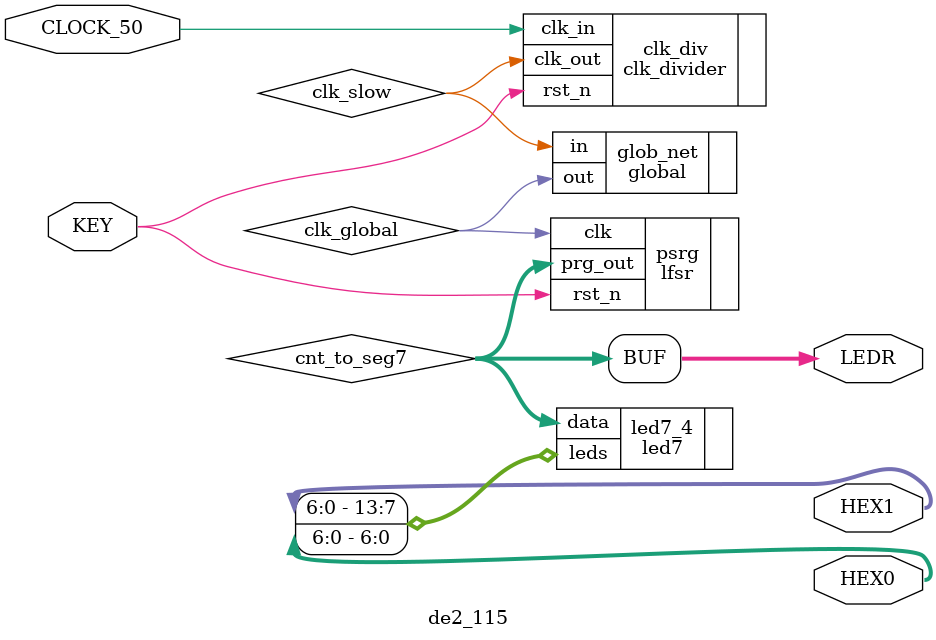
<source format=v>
module de2_115
(
  input        CLOCK_50,
  input [0:0]  KEY,
  
  output [7:0] LEDR,
 
  output [6:0] HEX1,
  output [6:0] HEX0
);

   localparam CNT_W = 8;
   
   wire               clk_slow;
   wire               clk_global;
   wire [CNT_W - 1:0] cnt_to_seg7;
   
   assign LEDR = cnt_to_seg7;
   
 //Set WIDTH=18 for demostration this example
   clk_divider #(.WIDTH(25)) clk_div
   ( 
     .clk_in  ( CLOCK_50 ),
     .rst_n   ( KEY[0]   ),
     .clk_out ( clk_slow )
   );
   
   global glob_net
   (
     .in ( clk_slow   ),
     .out( clk_global )
   );

   
   lfsr psrg
   (
      .clk     ( clk_global ),
      .rst_n   ( KEY[0]       ),
      .prg_out ( cnt_to_seg7  )
   );
   
 
   led7 #(.COUNT(2)) led7_4
   (
    .data(cnt_to_seg7),
    .leds({HEX1,HEX0})
   );
  
                          
endmodule

</source>
